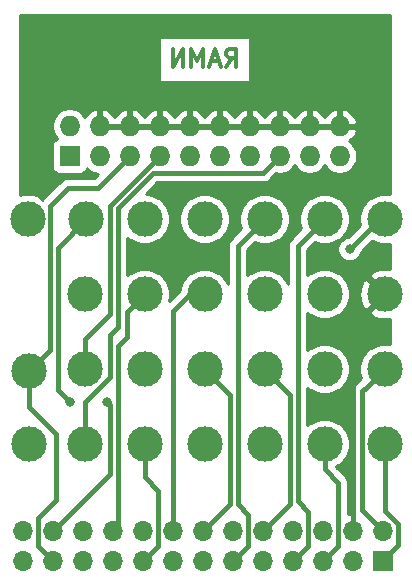
<source format=gbr>
G04 #@! TF.GenerationSoftware,KiCad,Pcbnew,(5.1.9)-1*
G04 #@! TF.CreationDate,2021-02-23T11:48:30+09:00*
G04 #@! TF.ProjectId,debugger,64656275-6767-4657-922e-6b696361645f,rev?*
G04 #@! TF.SameCoordinates,Original*
G04 #@! TF.FileFunction,Copper,L2,Bot*
G04 #@! TF.FilePolarity,Positive*
%FSLAX46Y46*%
G04 Gerber Fmt 4.6, Leading zero omitted, Abs format (unit mm)*
G04 Created by KiCad (PCBNEW (5.1.9)-1) date 2021-02-23 11:48:30*
%MOMM*%
%LPD*%
G01*
G04 APERTURE LIST*
G04 #@! TA.AperFunction,NonConductor*
%ADD10C,0.300000*%
G04 #@! TD*
G04 #@! TA.AperFunction,ComponentPad*
%ADD11O,1.700000X1.700000*%
G04 #@! TD*
G04 #@! TA.AperFunction,ComponentPad*
%ADD12R,1.700000X1.700000*%
G04 #@! TD*
G04 #@! TA.AperFunction,ComponentPad*
%ADD13R,1.727200X1.727200*%
G04 #@! TD*
G04 #@! TA.AperFunction,ComponentPad*
%ADD14O,1.727200X1.727200*%
G04 #@! TD*
G04 #@! TA.AperFunction,ComponentPad*
%ADD15C,3.000000*%
G04 #@! TD*
G04 #@! TA.AperFunction,ViaPad*
%ADD16C,0.800000*%
G04 #@! TD*
G04 #@! TA.AperFunction,Conductor*
%ADD17C,0.400000*%
G04 #@! TD*
G04 #@! TA.AperFunction,Conductor*
%ADD18C,0.254000*%
G04 #@! TD*
G04 #@! TA.AperFunction,Conductor*
%ADD19C,0.100000*%
G04 #@! TD*
G04 APERTURE END LIST*
D10*
X38016428Y-22268571D02*
X38516428Y-21554285D01*
X38873571Y-22268571D02*
X38873571Y-20768571D01*
X38302142Y-20768571D01*
X38159285Y-20840000D01*
X38087857Y-20911428D01*
X38016428Y-21054285D01*
X38016428Y-21268571D01*
X38087857Y-21411428D01*
X38159285Y-21482857D01*
X38302142Y-21554285D01*
X38873571Y-21554285D01*
X37445000Y-21840000D02*
X36730714Y-21840000D01*
X37587857Y-22268571D02*
X37087857Y-20768571D01*
X36587857Y-22268571D01*
X36087857Y-22268571D02*
X36087857Y-20768571D01*
X35587857Y-21840000D01*
X35087857Y-20768571D01*
X35087857Y-22268571D01*
X34373571Y-22268571D02*
X34373571Y-20768571D01*
X33516428Y-22268571D01*
X33516428Y-20768571D01*
D11*
X20828000Y-61595000D03*
X20828000Y-64135000D03*
X23368000Y-61595000D03*
X23368000Y-64135000D03*
X25908000Y-61595000D03*
X25908000Y-64135000D03*
X28448000Y-61595000D03*
X28448000Y-64135000D03*
X30988000Y-61595000D03*
X30988000Y-64135000D03*
X33528000Y-61595000D03*
X33528000Y-64135000D03*
X36068000Y-61595000D03*
X36068000Y-64135000D03*
X38608000Y-61595000D03*
X38608000Y-64135000D03*
X41148000Y-61595000D03*
X41148000Y-64135000D03*
X43688000Y-61595000D03*
X43688000Y-64135000D03*
X46228000Y-61595000D03*
X46228000Y-64135000D03*
X48768000Y-61595000D03*
X48768000Y-64135000D03*
X51308000Y-61595000D03*
D12*
X51308000Y-64135000D03*
D13*
X24765000Y-29845000D03*
D14*
X24765000Y-27305000D03*
X27305000Y-29845000D03*
X27305000Y-27305000D03*
X29845000Y-29845000D03*
X29845000Y-27305000D03*
X32385000Y-29845000D03*
X32385000Y-27305000D03*
X34925000Y-29845000D03*
X34925000Y-27305000D03*
X37465000Y-29845000D03*
X37465000Y-27305000D03*
X40005000Y-29845000D03*
X40005000Y-27305000D03*
X42545000Y-29845000D03*
X42545000Y-27305000D03*
X45085000Y-29845000D03*
X45085000Y-27305000D03*
X47625000Y-29845000D03*
X47625000Y-27305000D03*
D15*
X21209000Y-35179000D03*
X31115000Y-54229000D03*
X31115000Y-35179000D03*
X31115000Y-47879000D03*
X36195000Y-41529000D03*
X36195000Y-35179000D03*
X36195000Y-47879000D03*
X36195000Y-54229000D03*
X41275000Y-41529000D03*
X41275000Y-35179000D03*
X31115000Y-41529000D03*
X41275000Y-47879000D03*
X41275000Y-54229000D03*
X46355000Y-41529000D03*
X46355000Y-35179000D03*
X46355000Y-47879000D03*
X46355000Y-54229000D03*
X51435000Y-35179000D03*
X26035000Y-54229000D03*
X21336000Y-54229000D03*
X26035000Y-47879000D03*
X26162000Y-35179000D03*
X21336000Y-48006000D03*
X26035000Y-41529000D03*
X51435000Y-41529000D03*
X51435000Y-47879000D03*
X51435000Y-54229000D03*
D16*
X51435000Y-28448000D03*
X21209000Y-28448000D03*
X21209000Y-18542000D03*
X51435000Y-18542000D03*
X48475990Y-37719000D03*
X24765000Y-50673002D03*
X27935001Y-50677999D03*
D17*
X48768000Y-61595000D02*
X48768000Y-44196000D01*
X48768000Y-44196000D02*
X51435000Y-41529000D01*
X51308000Y-64008000D02*
X51308000Y-64135000D01*
X52558001Y-62757999D02*
X51308000Y-64008000D01*
X52558001Y-60994999D02*
X52558001Y-62757999D01*
X51435000Y-54229000D02*
X51435000Y-59871998D01*
X51435000Y-59871998D02*
X52558001Y-60994999D01*
X47498000Y-57493320D02*
X46355000Y-56350320D01*
X46355000Y-56350320D02*
X46355000Y-54229000D01*
X47498000Y-62865000D02*
X47498000Y-57493320D01*
X46228000Y-64135000D02*
X47498000Y-62865000D01*
X41148000Y-61595000D02*
X43434000Y-59309000D01*
X43434000Y-59309000D02*
X43434000Y-50038000D01*
X43434000Y-50038000D02*
X41275000Y-47879000D01*
X44855001Y-36678999D02*
X46355000Y-35179000D01*
X44069000Y-37465000D02*
X44855001Y-36678999D01*
X44069000Y-59055000D02*
X44069000Y-37465000D01*
X44958000Y-59944000D02*
X44069000Y-59055000D01*
X44958000Y-62865000D02*
X44958000Y-59944000D01*
X43688000Y-64135000D02*
X44958000Y-62865000D01*
X51435000Y-35653999D02*
X51435000Y-35179000D01*
X51015990Y-35179000D02*
X51435000Y-35179000D01*
X48475990Y-37719000D02*
X51015990Y-35179000D01*
X29615001Y-43028999D02*
X31115000Y-41529000D01*
X29615001Y-45147541D02*
X29615001Y-43028999D01*
X28829000Y-45933542D02*
X29615001Y-45147541D01*
X28829000Y-61214000D02*
X28829000Y-45933542D01*
X28448000Y-61595000D02*
X28829000Y-61214000D01*
X31837999Y-63285001D02*
X30988000Y-64135000D01*
X32258000Y-62865000D02*
X31837999Y-63285001D01*
X31115000Y-57023000D02*
X32258000Y-58166000D01*
X32258000Y-58166000D02*
X32258000Y-62865000D01*
X31115000Y-54229000D02*
X31115000Y-57023000D01*
X33528000Y-42926000D02*
X34925000Y-41529000D01*
X34925000Y-41529000D02*
X36195000Y-41529000D01*
X33528000Y-61595000D02*
X33528000Y-42926000D01*
X37694999Y-49378999D02*
X36195000Y-47879000D01*
X38354000Y-50038000D02*
X37694999Y-49378999D01*
X38354000Y-59309000D02*
X38354000Y-50038000D01*
X36068000Y-61595000D02*
X38354000Y-59309000D01*
X39775001Y-36678999D02*
X41275000Y-35179000D01*
X38989000Y-37465000D02*
X39775001Y-36678999D01*
X38989000Y-59309000D02*
X38989000Y-37465000D01*
X39878000Y-60198000D02*
X38989000Y-59309000D01*
X39878000Y-62865000D02*
X39878000Y-60198000D01*
X38608000Y-64135000D02*
X39878000Y-62865000D01*
X51308000Y-61595000D02*
X49534999Y-59821999D01*
X49534999Y-59821999D02*
X49534999Y-49779001D01*
X49534999Y-49779001D02*
X49935001Y-49378999D01*
X49935001Y-49378999D02*
X51435000Y-47879000D01*
X22098000Y-62865000D02*
X23368000Y-64135000D01*
X23622000Y-58928000D02*
X22098000Y-60452000D01*
X22098000Y-60452000D02*
X22098000Y-62865000D01*
X23622000Y-53340000D02*
X23622000Y-58928000D01*
X21336000Y-51054000D02*
X23622000Y-53340000D01*
X21336000Y-48006000D02*
X21336000Y-51054000D01*
X23109001Y-46232999D02*
X21336000Y-48006000D01*
X23109001Y-34040999D02*
X23109001Y-46232999D01*
X24638000Y-32512000D02*
X23109001Y-34040999D01*
X27178000Y-32512000D02*
X24638000Y-32512000D01*
X29845000Y-29845000D02*
X27178000Y-32512000D01*
X31836542Y-31242000D02*
X41148000Y-31242000D01*
X41148000Y-31242000D02*
X42545000Y-29845000D01*
X28829000Y-34249542D02*
X31836542Y-31242000D01*
X28194000Y-44958000D02*
X28829000Y-44323000D01*
X28194000Y-48514000D02*
X28194000Y-44958000D01*
X26035000Y-50673000D02*
X28194000Y-48514000D01*
X28829000Y-44323000D02*
X28829000Y-34249542D01*
X26035000Y-54229000D02*
X26035000Y-50673000D01*
X24365001Y-50273003D02*
X24765000Y-50673002D01*
X23749000Y-49657002D02*
X24365001Y-50273003D01*
X23749000Y-37592000D02*
X23749000Y-49657002D01*
X26162000Y-35179000D02*
X23749000Y-37592000D01*
X23368000Y-61595000D02*
X28194000Y-56769000D01*
X28194000Y-56769000D02*
X28194000Y-50936998D01*
X28194000Y-50936998D02*
X27935001Y-50677999D01*
X26035000Y-45339000D02*
X26035000Y-47879000D01*
X28194000Y-43180000D02*
X26035000Y-45339000D01*
X28194000Y-34036000D02*
X28194000Y-43180000D01*
X32385000Y-29845000D02*
X28194000Y-34036000D01*
D18*
X48895000Y-61468000D02*
X48915000Y-61468000D01*
X48915000Y-61722000D01*
X48895000Y-61722000D01*
X48895000Y-61742000D01*
X48641000Y-61742000D01*
X48641000Y-61722000D01*
X48621000Y-61722000D01*
X48621000Y-61468000D01*
X48641000Y-61468000D01*
X48641000Y-61448000D01*
X48895000Y-61448000D01*
X48895000Y-61468000D01*
G04 #@! TA.AperFunction,Conductor*
D19*
G36*
X48895000Y-61468000D02*
G01*
X48915000Y-61468000D01*
X48915000Y-61722000D01*
X48895000Y-61722000D01*
X48895000Y-61742000D01*
X48641000Y-61742000D01*
X48641000Y-61722000D01*
X48621000Y-61722000D01*
X48621000Y-61468000D01*
X48641000Y-61468000D01*
X48641000Y-61448000D01*
X48895000Y-61448000D01*
X48895000Y-61468000D01*
G37*
G04 #@! TD.AperFunction*
D18*
X51908000Y-33096259D02*
X51645279Y-33044000D01*
X51224721Y-33044000D01*
X50812244Y-33126047D01*
X50423698Y-33286988D01*
X50074017Y-33520637D01*
X49776637Y-33818017D01*
X49542988Y-34167698D01*
X49382047Y-34556244D01*
X49300000Y-34968721D01*
X49300000Y-35389279D01*
X49353895Y-35660227D01*
X48319215Y-36694907D01*
X48174092Y-36723774D01*
X47985734Y-36801795D01*
X47816216Y-36915063D01*
X47672053Y-37059226D01*
X47558785Y-37228744D01*
X47480764Y-37417102D01*
X47440990Y-37617061D01*
X47440990Y-37820939D01*
X47480764Y-38020898D01*
X47558785Y-38209256D01*
X47672053Y-38378774D01*
X47816216Y-38522937D01*
X47985734Y-38636205D01*
X48174092Y-38714226D01*
X48374051Y-38754000D01*
X48577929Y-38754000D01*
X48777888Y-38714226D01*
X48966246Y-38636205D01*
X49135764Y-38522937D01*
X49279927Y-38378774D01*
X49393195Y-38209256D01*
X49471216Y-38020898D01*
X49500083Y-37875775D01*
X50352451Y-37023406D01*
X50423698Y-37071012D01*
X50812244Y-37231953D01*
X51224721Y-37314000D01*
X51645279Y-37314000D01*
X51908000Y-37261741D01*
X51908000Y-39444152D01*
X51811449Y-39416956D01*
X51392176Y-39384098D01*
X50974549Y-39433666D01*
X50574617Y-39563757D01*
X50278962Y-39721786D01*
X50122952Y-40037347D01*
X51435000Y-41349395D01*
X51449143Y-41335253D01*
X51628748Y-41514858D01*
X51614605Y-41529000D01*
X51628748Y-41543143D01*
X51449143Y-41722748D01*
X51435000Y-41708605D01*
X50122952Y-43020653D01*
X50278962Y-43336214D01*
X50653745Y-43527020D01*
X51058551Y-43641044D01*
X51477824Y-43673902D01*
X51895451Y-43624334D01*
X51908001Y-43620252D01*
X51908001Y-45796259D01*
X51645279Y-45744000D01*
X51224721Y-45744000D01*
X50812244Y-45826047D01*
X50423698Y-45986988D01*
X50074017Y-46220637D01*
X49776637Y-46518017D01*
X49542988Y-46867698D01*
X49382047Y-47256244D01*
X49300000Y-47668721D01*
X49300000Y-48089279D01*
X49382047Y-48501756D01*
X49455074Y-48678059D01*
X48973573Y-49159560D01*
X48941709Y-49185710D01*
X48878420Y-49262828D01*
X48837363Y-49312856D01*
X48759827Y-49457915D01*
X48712081Y-49615313D01*
X48695959Y-49779001D01*
X48700000Y-49820030D01*
X48699999Y-59780980D01*
X48695959Y-59821999D01*
X48703867Y-59902291D01*
X48712081Y-59985687D01*
X48749791Y-60110000D01*
X48640998Y-60110000D01*
X48640998Y-60274844D01*
X48411110Y-60153524D01*
X48333000Y-60177216D01*
X48333000Y-57534338D01*
X48337040Y-57493319D01*
X48320918Y-57329631D01*
X48273172Y-57172233D01*
X48195636Y-57027174D01*
X48192210Y-57023000D01*
X48091291Y-56900029D01*
X48059426Y-56873878D01*
X47324058Y-56138510D01*
X47366302Y-56121012D01*
X47715983Y-55887363D01*
X48013363Y-55589983D01*
X48247012Y-55240302D01*
X48407953Y-54851756D01*
X48490000Y-54439279D01*
X48490000Y-54018721D01*
X48407953Y-53606244D01*
X48247012Y-53217698D01*
X48013363Y-52868017D01*
X47715983Y-52570637D01*
X47366302Y-52336988D01*
X46977756Y-52176047D01*
X46565279Y-52094000D01*
X46144721Y-52094000D01*
X45732244Y-52176047D01*
X45343698Y-52336988D01*
X44994017Y-52570637D01*
X44904000Y-52660654D01*
X44904000Y-49447346D01*
X44994017Y-49537363D01*
X45343698Y-49771012D01*
X45732244Y-49931953D01*
X46144721Y-50014000D01*
X46565279Y-50014000D01*
X46977756Y-49931953D01*
X47366302Y-49771012D01*
X47715983Y-49537363D01*
X48013363Y-49239983D01*
X48247012Y-48890302D01*
X48407953Y-48501756D01*
X48490000Y-48089279D01*
X48490000Y-47668721D01*
X48407953Y-47256244D01*
X48247012Y-46867698D01*
X48013363Y-46518017D01*
X47715983Y-46220637D01*
X47366302Y-45986988D01*
X46977756Y-45826047D01*
X46565279Y-45744000D01*
X46144721Y-45744000D01*
X45732244Y-45826047D01*
X45343698Y-45986988D01*
X44994017Y-46220637D01*
X44904000Y-46310654D01*
X44904000Y-43097346D01*
X44994017Y-43187363D01*
X45343698Y-43421012D01*
X45732244Y-43581953D01*
X46144721Y-43664000D01*
X46565279Y-43664000D01*
X46977756Y-43581953D01*
X47366302Y-43421012D01*
X47715983Y-43187363D01*
X48013363Y-42889983D01*
X48247012Y-42540302D01*
X48407953Y-42151756D01*
X48490000Y-41739279D01*
X48490000Y-41571824D01*
X49290098Y-41571824D01*
X49339666Y-41989451D01*
X49469757Y-42389383D01*
X49627786Y-42685038D01*
X49943347Y-42841048D01*
X51255395Y-41529000D01*
X49943347Y-40216952D01*
X49627786Y-40372962D01*
X49436980Y-40747745D01*
X49322956Y-41152551D01*
X49290098Y-41571824D01*
X48490000Y-41571824D01*
X48490000Y-41318721D01*
X48407953Y-40906244D01*
X48247012Y-40517698D01*
X48013363Y-40168017D01*
X47715983Y-39870637D01*
X47366302Y-39636988D01*
X46977756Y-39476047D01*
X46565279Y-39394000D01*
X46144721Y-39394000D01*
X45732244Y-39476047D01*
X45343698Y-39636988D01*
X44994017Y-39870637D01*
X44904000Y-39960654D01*
X44904000Y-37810867D01*
X45474439Y-37240429D01*
X45474443Y-37240424D01*
X45555941Y-37158926D01*
X45732244Y-37231953D01*
X46144721Y-37314000D01*
X46565279Y-37314000D01*
X46977756Y-37231953D01*
X47366302Y-37071012D01*
X47715983Y-36837363D01*
X48013363Y-36539983D01*
X48247012Y-36190302D01*
X48407953Y-35801756D01*
X48490000Y-35389279D01*
X48490000Y-34968721D01*
X48407953Y-34556244D01*
X48247012Y-34167698D01*
X48013363Y-33818017D01*
X47715983Y-33520637D01*
X47366302Y-33286988D01*
X46977756Y-33126047D01*
X46565279Y-33044000D01*
X46144721Y-33044000D01*
X45732244Y-33126047D01*
X45343698Y-33286988D01*
X44994017Y-33520637D01*
X44696637Y-33818017D01*
X44462988Y-34167698D01*
X44302047Y-34556244D01*
X44220000Y-34968721D01*
X44220000Y-35389279D01*
X44302047Y-35801756D01*
X44375074Y-35978059D01*
X44293576Y-36059557D01*
X44293571Y-36059561D01*
X43507574Y-36845559D01*
X43475710Y-36871709D01*
X43394907Y-36970168D01*
X43371364Y-36998855D01*
X43293828Y-37143914D01*
X43246082Y-37301312D01*
X43229960Y-37465000D01*
X43234001Y-37506029D01*
X43234001Y-40679423D01*
X43167012Y-40517698D01*
X42933363Y-40168017D01*
X42635983Y-39870637D01*
X42286302Y-39636988D01*
X41897756Y-39476047D01*
X41485279Y-39394000D01*
X41064721Y-39394000D01*
X40652244Y-39476047D01*
X40263698Y-39636988D01*
X39914017Y-39870637D01*
X39824000Y-39960654D01*
X39824000Y-37810867D01*
X40394439Y-37240429D01*
X40394443Y-37240424D01*
X40475941Y-37158926D01*
X40652244Y-37231953D01*
X41064721Y-37314000D01*
X41485279Y-37314000D01*
X41897756Y-37231953D01*
X42286302Y-37071012D01*
X42635983Y-36837363D01*
X42933363Y-36539983D01*
X43167012Y-36190302D01*
X43327953Y-35801756D01*
X43410000Y-35389279D01*
X43410000Y-34968721D01*
X43327953Y-34556244D01*
X43167012Y-34167698D01*
X42933363Y-33818017D01*
X42635983Y-33520637D01*
X42286302Y-33286988D01*
X41897756Y-33126047D01*
X41485279Y-33044000D01*
X41064721Y-33044000D01*
X40652244Y-33126047D01*
X40263698Y-33286988D01*
X39914017Y-33520637D01*
X39616637Y-33818017D01*
X39382988Y-34167698D01*
X39222047Y-34556244D01*
X39140000Y-34968721D01*
X39140000Y-35389279D01*
X39222047Y-35801756D01*
X39295074Y-35978059D01*
X39213576Y-36059557D01*
X39213571Y-36059561D01*
X38427574Y-36845559D01*
X38395710Y-36871709D01*
X38314907Y-36970168D01*
X38291364Y-36998855D01*
X38213828Y-37143914D01*
X38166082Y-37301312D01*
X38149960Y-37465000D01*
X38154001Y-37506029D01*
X38154001Y-40679423D01*
X38087012Y-40517698D01*
X37853363Y-40168017D01*
X37555983Y-39870637D01*
X37206302Y-39636988D01*
X36817756Y-39476047D01*
X36405279Y-39394000D01*
X35984721Y-39394000D01*
X35572244Y-39476047D01*
X35183698Y-39636988D01*
X34834017Y-39870637D01*
X34536637Y-40168017D01*
X34302988Y-40517698D01*
X34142047Y-40906244D01*
X34086218Y-41186914D01*
X33179518Y-42093615D01*
X33250000Y-41739279D01*
X33250000Y-41318721D01*
X33167953Y-40906244D01*
X33007012Y-40517698D01*
X32773363Y-40168017D01*
X32475983Y-39870637D01*
X32126302Y-39636988D01*
X31737756Y-39476047D01*
X31325279Y-39394000D01*
X30904721Y-39394000D01*
X30492244Y-39476047D01*
X30103698Y-39636988D01*
X29754017Y-39870637D01*
X29664000Y-39960654D01*
X29664000Y-36747346D01*
X29754017Y-36837363D01*
X30103698Y-37071012D01*
X30492244Y-37231953D01*
X30904721Y-37314000D01*
X31325279Y-37314000D01*
X31737756Y-37231953D01*
X32126302Y-37071012D01*
X32475983Y-36837363D01*
X32773363Y-36539983D01*
X33007012Y-36190302D01*
X33167953Y-35801756D01*
X33250000Y-35389279D01*
X33250000Y-34968721D01*
X34060000Y-34968721D01*
X34060000Y-35389279D01*
X34142047Y-35801756D01*
X34302988Y-36190302D01*
X34536637Y-36539983D01*
X34834017Y-36837363D01*
X35183698Y-37071012D01*
X35572244Y-37231953D01*
X35984721Y-37314000D01*
X36405279Y-37314000D01*
X36817756Y-37231953D01*
X37206302Y-37071012D01*
X37555983Y-36837363D01*
X37853363Y-36539983D01*
X38087012Y-36190302D01*
X38247953Y-35801756D01*
X38330000Y-35389279D01*
X38330000Y-34968721D01*
X38247953Y-34556244D01*
X38087012Y-34167698D01*
X37853363Y-33818017D01*
X37555983Y-33520637D01*
X37206302Y-33286988D01*
X36817756Y-33126047D01*
X36405279Y-33044000D01*
X35984721Y-33044000D01*
X35572244Y-33126047D01*
X35183698Y-33286988D01*
X34834017Y-33520637D01*
X34536637Y-33818017D01*
X34302988Y-34167698D01*
X34142047Y-34556244D01*
X34060000Y-34968721D01*
X33250000Y-34968721D01*
X33167953Y-34556244D01*
X33007012Y-34167698D01*
X32773363Y-33818017D01*
X32475983Y-33520637D01*
X32126302Y-33286988D01*
X31737756Y-33126047D01*
X31325279Y-33044000D01*
X31215410Y-33044000D01*
X32182411Y-32077000D01*
X41106982Y-32077000D01*
X41148000Y-32081040D01*
X41189018Y-32077000D01*
X41189019Y-32077000D01*
X41311689Y-32064918D01*
X41469087Y-32017172D01*
X41614146Y-31939636D01*
X41741291Y-31835291D01*
X41767446Y-31803421D01*
X42255494Y-31315373D01*
X42397401Y-31343600D01*
X42692599Y-31343600D01*
X42982125Y-31286010D01*
X43254853Y-31173042D01*
X43500302Y-31009039D01*
X43709039Y-30800302D01*
X43815000Y-30641719D01*
X43920961Y-30800302D01*
X44129698Y-31009039D01*
X44375147Y-31173042D01*
X44647875Y-31286010D01*
X44937401Y-31343600D01*
X45232599Y-31343600D01*
X45522125Y-31286010D01*
X45794853Y-31173042D01*
X46040302Y-31009039D01*
X46249039Y-30800302D01*
X46355000Y-30641719D01*
X46460961Y-30800302D01*
X46669698Y-31009039D01*
X46915147Y-31173042D01*
X47187875Y-31286010D01*
X47477401Y-31343600D01*
X47772599Y-31343600D01*
X48062125Y-31286010D01*
X48334853Y-31173042D01*
X48580302Y-31009039D01*
X48789039Y-30800302D01*
X48953042Y-30554853D01*
X49066010Y-30282125D01*
X49123600Y-29992599D01*
X49123600Y-29697401D01*
X49066010Y-29407875D01*
X48953042Y-29135147D01*
X48789039Y-28889698D01*
X48580302Y-28680961D01*
X48419187Y-28573308D01*
X48635293Y-28411854D01*
X48831817Y-28193488D01*
X48981964Y-27940978D01*
X49079963Y-27664027D01*
X48959464Y-27432000D01*
X47752000Y-27432000D01*
X47752000Y-27452000D01*
X47498000Y-27452000D01*
X47498000Y-27432000D01*
X45212000Y-27432000D01*
X45212000Y-27452000D01*
X44958000Y-27452000D01*
X44958000Y-27432000D01*
X42672000Y-27432000D01*
X42672000Y-27452000D01*
X42418000Y-27452000D01*
X42418000Y-27432000D01*
X40132000Y-27432000D01*
X40132000Y-27452000D01*
X39878000Y-27452000D01*
X39878000Y-27432000D01*
X37592000Y-27432000D01*
X37592000Y-27452000D01*
X37338000Y-27452000D01*
X37338000Y-27432000D01*
X35052000Y-27432000D01*
X35052000Y-27452000D01*
X34798000Y-27452000D01*
X34798000Y-27432000D01*
X32512000Y-27432000D01*
X32512000Y-27452000D01*
X32258000Y-27452000D01*
X32258000Y-27432000D01*
X29972000Y-27432000D01*
X29972000Y-27452000D01*
X29718000Y-27452000D01*
X29718000Y-27432000D01*
X27432000Y-27432000D01*
X27432000Y-27452000D01*
X27178000Y-27452000D01*
X27178000Y-27432000D01*
X27158000Y-27432000D01*
X27158000Y-27178000D01*
X27178000Y-27178000D01*
X27178000Y-25971183D01*
X27432000Y-25971183D01*
X27432000Y-27178000D01*
X29718000Y-27178000D01*
X29718000Y-25971183D01*
X29972000Y-25971183D01*
X29972000Y-27178000D01*
X32258000Y-27178000D01*
X32258000Y-25971183D01*
X32512000Y-25971183D01*
X32512000Y-27178000D01*
X34798000Y-27178000D01*
X34798000Y-25971183D01*
X35052000Y-25971183D01*
X35052000Y-27178000D01*
X37338000Y-27178000D01*
X37338000Y-25971183D01*
X37592000Y-25971183D01*
X37592000Y-27178000D01*
X39878000Y-27178000D01*
X39878000Y-25971183D01*
X40132000Y-25971183D01*
X40132000Y-27178000D01*
X42418000Y-27178000D01*
X42418000Y-25971183D01*
X42672000Y-25971183D01*
X42672000Y-27178000D01*
X44958000Y-27178000D01*
X44958000Y-25971183D01*
X45212000Y-25971183D01*
X45212000Y-27178000D01*
X47498000Y-27178000D01*
X47498000Y-25971183D01*
X47752000Y-25971183D01*
X47752000Y-27178000D01*
X48959464Y-27178000D01*
X49079963Y-26945973D01*
X48981964Y-26669022D01*
X48831817Y-26416512D01*
X48635293Y-26198146D01*
X48399944Y-26022316D01*
X48134814Y-25895778D01*
X47984026Y-25850042D01*
X47752000Y-25971183D01*
X47498000Y-25971183D01*
X47265974Y-25850042D01*
X47115186Y-25895778D01*
X46850056Y-26022316D01*
X46614707Y-26198146D01*
X46418183Y-26416512D01*
X46355000Y-26522770D01*
X46291817Y-26416512D01*
X46095293Y-26198146D01*
X45859944Y-26022316D01*
X45594814Y-25895778D01*
X45444026Y-25850042D01*
X45212000Y-25971183D01*
X44958000Y-25971183D01*
X44725974Y-25850042D01*
X44575186Y-25895778D01*
X44310056Y-26022316D01*
X44074707Y-26198146D01*
X43878183Y-26416512D01*
X43815000Y-26522770D01*
X43751817Y-26416512D01*
X43555293Y-26198146D01*
X43319944Y-26022316D01*
X43054814Y-25895778D01*
X42904026Y-25850042D01*
X42672000Y-25971183D01*
X42418000Y-25971183D01*
X42185974Y-25850042D01*
X42035186Y-25895778D01*
X41770056Y-26022316D01*
X41534707Y-26198146D01*
X41338183Y-26416512D01*
X41275000Y-26522770D01*
X41211817Y-26416512D01*
X41015293Y-26198146D01*
X40779944Y-26022316D01*
X40514814Y-25895778D01*
X40364026Y-25850042D01*
X40132000Y-25971183D01*
X39878000Y-25971183D01*
X39645974Y-25850042D01*
X39495186Y-25895778D01*
X39230056Y-26022316D01*
X38994707Y-26198146D01*
X38798183Y-26416512D01*
X38735000Y-26522770D01*
X38671817Y-26416512D01*
X38475293Y-26198146D01*
X38239944Y-26022316D01*
X37974814Y-25895778D01*
X37824026Y-25850042D01*
X37592000Y-25971183D01*
X37338000Y-25971183D01*
X37105974Y-25850042D01*
X36955186Y-25895778D01*
X36690056Y-26022316D01*
X36454707Y-26198146D01*
X36258183Y-26416512D01*
X36195000Y-26522770D01*
X36131817Y-26416512D01*
X35935293Y-26198146D01*
X35699944Y-26022316D01*
X35434814Y-25895778D01*
X35284026Y-25850042D01*
X35052000Y-25971183D01*
X34798000Y-25971183D01*
X34565974Y-25850042D01*
X34415186Y-25895778D01*
X34150056Y-26022316D01*
X33914707Y-26198146D01*
X33718183Y-26416512D01*
X33655000Y-26522770D01*
X33591817Y-26416512D01*
X33395293Y-26198146D01*
X33159944Y-26022316D01*
X32894814Y-25895778D01*
X32744026Y-25850042D01*
X32512000Y-25971183D01*
X32258000Y-25971183D01*
X32025974Y-25850042D01*
X31875186Y-25895778D01*
X31610056Y-26022316D01*
X31374707Y-26198146D01*
X31178183Y-26416512D01*
X31115000Y-26522770D01*
X31051817Y-26416512D01*
X30855293Y-26198146D01*
X30619944Y-26022316D01*
X30354814Y-25895778D01*
X30204026Y-25850042D01*
X29972000Y-25971183D01*
X29718000Y-25971183D01*
X29485974Y-25850042D01*
X29335186Y-25895778D01*
X29070056Y-26022316D01*
X28834707Y-26198146D01*
X28638183Y-26416512D01*
X28575000Y-26522770D01*
X28511817Y-26416512D01*
X28315293Y-26198146D01*
X28079944Y-26022316D01*
X27814814Y-25895778D01*
X27664026Y-25850042D01*
X27432000Y-25971183D01*
X27178000Y-25971183D01*
X26945974Y-25850042D01*
X26795186Y-25895778D01*
X26530056Y-26022316D01*
X26294707Y-26198146D01*
X26098183Y-26416512D01*
X26039559Y-26515103D01*
X25929039Y-26349698D01*
X25720302Y-26140961D01*
X25474853Y-25976958D01*
X25202125Y-25863990D01*
X24912599Y-25806400D01*
X24617401Y-25806400D01*
X24327875Y-25863990D01*
X24055147Y-25976958D01*
X23809698Y-26140961D01*
X23600961Y-26349698D01*
X23436958Y-26595147D01*
X23323990Y-26867875D01*
X23266400Y-27157401D01*
X23266400Y-27452599D01*
X23323990Y-27742125D01*
X23436958Y-28014853D01*
X23600961Y-28260302D01*
X23715023Y-28374364D01*
X23657220Y-28391898D01*
X23546906Y-28450863D01*
X23450215Y-28530215D01*
X23370863Y-28626906D01*
X23311898Y-28737220D01*
X23275588Y-28856918D01*
X23263328Y-28981400D01*
X23263328Y-30708600D01*
X23275588Y-30833082D01*
X23311898Y-30952780D01*
X23370863Y-31063094D01*
X23450215Y-31159785D01*
X23546906Y-31239137D01*
X23657220Y-31298102D01*
X23776918Y-31334412D01*
X23901400Y-31346672D01*
X25628600Y-31346672D01*
X25753082Y-31334412D01*
X25872780Y-31298102D01*
X25983094Y-31239137D01*
X26079785Y-31159785D01*
X26159137Y-31063094D01*
X26218102Y-30952780D01*
X26235636Y-30894977D01*
X26349698Y-31009039D01*
X26595147Y-31173042D01*
X26867875Y-31286010D01*
X27157401Y-31343600D01*
X27165533Y-31343600D01*
X26832133Y-31677000D01*
X24679018Y-31677000D01*
X24637999Y-31672960D01*
X24596981Y-31677000D01*
X24474311Y-31689082D01*
X24316913Y-31736828D01*
X24171854Y-31814364D01*
X24044709Y-31918709D01*
X24018561Y-31950571D01*
X22547580Y-33421553D01*
X22515710Y-33447708D01*
X22445106Y-33533740D01*
X22365038Y-33371786D01*
X21990255Y-33180980D01*
X21585449Y-33066956D01*
X21166176Y-33034098D01*
X20748549Y-33083666D01*
X20609000Y-33129059D01*
X20609000Y-19800000D01*
X32374286Y-19800000D01*
X32374286Y-23620000D01*
X40015715Y-23620000D01*
X40015715Y-19800000D01*
X32374286Y-19800000D01*
X20609000Y-19800000D01*
X20609000Y-17891000D01*
X51908000Y-17891000D01*
X51908000Y-33096259D01*
G04 #@! TA.AperFunction,Conductor*
D19*
G36*
X51908000Y-33096259D02*
G01*
X51645279Y-33044000D01*
X51224721Y-33044000D01*
X50812244Y-33126047D01*
X50423698Y-33286988D01*
X50074017Y-33520637D01*
X49776637Y-33818017D01*
X49542988Y-34167698D01*
X49382047Y-34556244D01*
X49300000Y-34968721D01*
X49300000Y-35389279D01*
X49353895Y-35660227D01*
X48319215Y-36694907D01*
X48174092Y-36723774D01*
X47985734Y-36801795D01*
X47816216Y-36915063D01*
X47672053Y-37059226D01*
X47558785Y-37228744D01*
X47480764Y-37417102D01*
X47440990Y-37617061D01*
X47440990Y-37820939D01*
X47480764Y-38020898D01*
X47558785Y-38209256D01*
X47672053Y-38378774D01*
X47816216Y-38522937D01*
X47985734Y-38636205D01*
X48174092Y-38714226D01*
X48374051Y-38754000D01*
X48577929Y-38754000D01*
X48777888Y-38714226D01*
X48966246Y-38636205D01*
X49135764Y-38522937D01*
X49279927Y-38378774D01*
X49393195Y-38209256D01*
X49471216Y-38020898D01*
X49500083Y-37875775D01*
X50352451Y-37023406D01*
X50423698Y-37071012D01*
X50812244Y-37231953D01*
X51224721Y-37314000D01*
X51645279Y-37314000D01*
X51908000Y-37261741D01*
X51908000Y-39444152D01*
X51811449Y-39416956D01*
X51392176Y-39384098D01*
X50974549Y-39433666D01*
X50574617Y-39563757D01*
X50278962Y-39721786D01*
X50122952Y-40037347D01*
X51435000Y-41349395D01*
X51449143Y-41335253D01*
X51628748Y-41514858D01*
X51614605Y-41529000D01*
X51628748Y-41543143D01*
X51449143Y-41722748D01*
X51435000Y-41708605D01*
X50122952Y-43020653D01*
X50278962Y-43336214D01*
X50653745Y-43527020D01*
X51058551Y-43641044D01*
X51477824Y-43673902D01*
X51895451Y-43624334D01*
X51908001Y-43620252D01*
X51908001Y-45796259D01*
X51645279Y-45744000D01*
X51224721Y-45744000D01*
X50812244Y-45826047D01*
X50423698Y-45986988D01*
X50074017Y-46220637D01*
X49776637Y-46518017D01*
X49542988Y-46867698D01*
X49382047Y-47256244D01*
X49300000Y-47668721D01*
X49300000Y-48089279D01*
X49382047Y-48501756D01*
X49455074Y-48678059D01*
X48973573Y-49159560D01*
X48941709Y-49185710D01*
X48878420Y-49262828D01*
X48837363Y-49312856D01*
X48759827Y-49457915D01*
X48712081Y-49615313D01*
X48695959Y-49779001D01*
X48700000Y-49820030D01*
X48699999Y-59780980D01*
X48695959Y-59821999D01*
X48703867Y-59902291D01*
X48712081Y-59985687D01*
X48749791Y-60110000D01*
X48640998Y-60110000D01*
X48640998Y-60274844D01*
X48411110Y-60153524D01*
X48333000Y-60177216D01*
X48333000Y-57534338D01*
X48337040Y-57493319D01*
X48320918Y-57329631D01*
X48273172Y-57172233D01*
X48195636Y-57027174D01*
X48192210Y-57023000D01*
X48091291Y-56900029D01*
X48059426Y-56873878D01*
X47324058Y-56138510D01*
X47366302Y-56121012D01*
X47715983Y-55887363D01*
X48013363Y-55589983D01*
X48247012Y-55240302D01*
X48407953Y-54851756D01*
X48490000Y-54439279D01*
X48490000Y-54018721D01*
X48407953Y-53606244D01*
X48247012Y-53217698D01*
X48013363Y-52868017D01*
X47715983Y-52570637D01*
X47366302Y-52336988D01*
X46977756Y-52176047D01*
X46565279Y-52094000D01*
X46144721Y-52094000D01*
X45732244Y-52176047D01*
X45343698Y-52336988D01*
X44994017Y-52570637D01*
X44904000Y-52660654D01*
X44904000Y-49447346D01*
X44994017Y-49537363D01*
X45343698Y-49771012D01*
X45732244Y-49931953D01*
X46144721Y-50014000D01*
X46565279Y-50014000D01*
X46977756Y-49931953D01*
X47366302Y-49771012D01*
X47715983Y-49537363D01*
X48013363Y-49239983D01*
X48247012Y-48890302D01*
X48407953Y-48501756D01*
X48490000Y-48089279D01*
X48490000Y-47668721D01*
X48407953Y-47256244D01*
X48247012Y-46867698D01*
X48013363Y-46518017D01*
X47715983Y-46220637D01*
X47366302Y-45986988D01*
X46977756Y-45826047D01*
X46565279Y-45744000D01*
X46144721Y-45744000D01*
X45732244Y-45826047D01*
X45343698Y-45986988D01*
X44994017Y-46220637D01*
X44904000Y-46310654D01*
X44904000Y-43097346D01*
X44994017Y-43187363D01*
X45343698Y-43421012D01*
X45732244Y-43581953D01*
X46144721Y-43664000D01*
X46565279Y-43664000D01*
X46977756Y-43581953D01*
X47366302Y-43421012D01*
X47715983Y-43187363D01*
X48013363Y-42889983D01*
X48247012Y-42540302D01*
X48407953Y-42151756D01*
X48490000Y-41739279D01*
X48490000Y-41571824D01*
X49290098Y-41571824D01*
X49339666Y-41989451D01*
X49469757Y-42389383D01*
X49627786Y-42685038D01*
X49943347Y-42841048D01*
X51255395Y-41529000D01*
X49943347Y-40216952D01*
X49627786Y-40372962D01*
X49436980Y-40747745D01*
X49322956Y-41152551D01*
X49290098Y-41571824D01*
X48490000Y-41571824D01*
X48490000Y-41318721D01*
X48407953Y-40906244D01*
X48247012Y-40517698D01*
X48013363Y-40168017D01*
X47715983Y-39870637D01*
X47366302Y-39636988D01*
X46977756Y-39476047D01*
X46565279Y-39394000D01*
X46144721Y-39394000D01*
X45732244Y-39476047D01*
X45343698Y-39636988D01*
X44994017Y-39870637D01*
X44904000Y-39960654D01*
X44904000Y-37810867D01*
X45474439Y-37240429D01*
X45474443Y-37240424D01*
X45555941Y-37158926D01*
X45732244Y-37231953D01*
X46144721Y-37314000D01*
X46565279Y-37314000D01*
X46977756Y-37231953D01*
X47366302Y-37071012D01*
X47715983Y-36837363D01*
X48013363Y-36539983D01*
X48247012Y-36190302D01*
X48407953Y-35801756D01*
X48490000Y-35389279D01*
X48490000Y-34968721D01*
X48407953Y-34556244D01*
X48247012Y-34167698D01*
X48013363Y-33818017D01*
X47715983Y-33520637D01*
X47366302Y-33286988D01*
X46977756Y-33126047D01*
X46565279Y-33044000D01*
X46144721Y-33044000D01*
X45732244Y-33126047D01*
X45343698Y-33286988D01*
X44994017Y-33520637D01*
X44696637Y-33818017D01*
X44462988Y-34167698D01*
X44302047Y-34556244D01*
X44220000Y-34968721D01*
X44220000Y-35389279D01*
X44302047Y-35801756D01*
X44375074Y-35978059D01*
X44293576Y-36059557D01*
X44293571Y-36059561D01*
X43507574Y-36845559D01*
X43475710Y-36871709D01*
X43394907Y-36970168D01*
X43371364Y-36998855D01*
X43293828Y-37143914D01*
X43246082Y-37301312D01*
X43229960Y-37465000D01*
X43234001Y-37506029D01*
X43234001Y-40679423D01*
X43167012Y-40517698D01*
X42933363Y-40168017D01*
X42635983Y-39870637D01*
X42286302Y-39636988D01*
X41897756Y-39476047D01*
X41485279Y-39394000D01*
X41064721Y-39394000D01*
X40652244Y-39476047D01*
X40263698Y-39636988D01*
X39914017Y-39870637D01*
X39824000Y-39960654D01*
X39824000Y-37810867D01*
X40394439Y-37240429D01*
X40394443Y-37240424D01*
X40475941Y-37158926D01*
X40652244Y-37231953D01*
X41064721Y-37314000D01*
X41485279Y-37314000D01*
X41897756Y-37231953D01*
X42286302Y-37071012D01*
X42635983Y-36837363D01*
X42933363Y-36539983D01*
X43167012Y-36190302D01*
X43327953Y-35801756D01*
X43410000Y-35389279D01*
X43410000Y-34968721D01*
X43327953Y-34556244D01*
X43167012Y-34167698D01*
X42933363Y-33818017D01*
X42635983Y-33520637D01*
X42286302Y-33286988D01*
X41897756Y-33126047D01*
X41485279Y-33044000D01*
X41064721Y-33044000D01*
X40652244Y-33126047D01*
X40263698Y-33286988D01*
X39914017Y-33520637D01*
X39616637Y-33818017D01*
X39382988Y-34167698D01*
X39222047Y-34556244D01*
X39140000Y-34968721D01*
X39140000Y-35389279D01*
X39222047Y-35801756D01*
X39295074Y-35978059D01*
X39213576Y-36059557D01*
X39213571Y-36059561D01*
X38427574Y-36845559D01*
X38395710Y-36871709D01*
X38314907Y-36970168D01*
X38291364Y-36998855D01*
X38213828Y-37143914D01*
X38166082Y-37301312D01*
X38149960Y-37465000D01*
X38154001Y-37506029D01*
X38154001Y-40679423D01*
X38087012Y-40517698D01*
X37853363Y-40168017D01*
X37555983Y-39870637D01*
X37206302Y-39636988D01*
X36817756Y-39476047D01*
X36405279Y-39394000D01*
X35984721Y-39394000D01*
X35572244Y-39476047D01*
X35183698Y-39636988D01*
X34834017Y-39870637D01*
X34536637Y-40168017D01*
X34302988Y-40517698D01*
X34142047Y-40906244D01*
X34086218Y-41186914D01*
X33179518Y-42093615D01*
X33250000Y-41739279D01*
X33250000Y-41318721D01*
X33167953Y-40906244D01*
X33007012Y-40517698D01*
X32773363Y-40168017D01*
X32475983Y-39870637D01*
X32126302Y-39636988D01*
X31737756Y-39476047D01*
X31325279Y-39394000D01*
X30904721Y-39394000D01*
X30492244Y-39476047D01*
X30103698Y-39636988D01*
X29754017Y-39870637D01*
X29664000Y-39960654D01*
X29664000Y-36747346D01*
X29754017Y-36837363D01*
X30103698Y-37071012D01*
X30492244Y-37231953D01*
X30904721Y-37314000D01*
X31325279Y-37314000D01*
X31737756Y-37231953D01*
X32126302Y-37071012D01*
X32475983Y-36837363D01*
X32773363Y-36539983D01*
X33007012Y-36190302D01*
X33167953Y-35801756D01*
X33250000Y-35389279D01*
X33250000Y-34968721D01*
X34060000Y-34968721D01*
X34060000Y-35389279D01*
X34142047Y-35801756D01*
X34302988Y-36190302D01*
X34536637Y-36539983D01*
X34834017Y-36837363D01*
X35183698Y-37071012D01*
X35572244Y-37231953D01*
X35984721Y-37314000D01*
X36405279Y-37314000D01*
X36817756Y-37231953D01*
X37206302Y-37071012D01*
X37555983Y-36837363D01*
X37853363Y-36539983D01*
X38087012Y-36190302D01*
X38247953Y-35801756D01*
X38330000Y-35389279D01*
X38330000Y-34968721D01*
X38247953Y-34556244D01*
X38087012Y-34167698D01*
X37853363Y-33818017D01*
X37555983Y-33520637D01*
X37206302Y-33286988D01*
X36817756Y-33126047D01*
X36405279Y-33044000D01*
X35984721Y-33044000D01*
X35572244Y-33126047D01*
X35183698Y-33286988D01*
X34834017Y-33520637D01*
X34536637Y-33818017D01*
X34302988Y-34167698D01*
X34142047Y-34556244D01*
X34060000Y-34968721D01*
X33250000Y-34968721D01*
X33167953Y-34556244D01*
X33007012Y-34167698D01*
X32773363Y-33818017D01*
X32475983Y-33520637D01*
X32126302Y-33286988D01*
X31737756Y-33126047D01*
X31325279Y-33044000D01*
X31215410Y-33044000D01*
X32182411Y-32077000D01*
X41106982Y-32077000D01*
X41148000Y-32081040D01*
X41189018Y-32077000D01*
X41189019Y-32077000D01*
X41311689Y-32064918D01*
X41469087Y-32017172D01*
X41614146Y-31939636D01*
X41741291Y-31835291D01*
X41767446Y-31803421D01*
X42255494Y-31315373D01*
X42397401Y-31343600D01*
X42692599Y-31343600D01*
X42982125Y-31286010D01*
X43254853Y-31173042D01*
X43500302Y-31009039D01*
X43709039Y-30800302D01*
X43815000Y-30641719D01*
X43920961Y-30800302D01*
X44129698Y-31009039D01*
X44375147Y-31173042D01*
X44647875Y-31286010D01*
X44937401Y-31343600D01*
X45232599Y-31343600D01*
X45522125Y-31286010D01*
X45794853Y-31173042D01*
X46040302Y-31009039D01*
X46249039Y-30800302D01*
X46355000Y-30641719D01*
X46460961Y-30800302D01*
X46669698Y-31009039D01*
X46915147Y-31173042D01*
X47187875Y-31286010D01*
X47477401Y-31343600D01*
X47772599Y-31343600D01*
X48062125Y-31286010D01*
X48334853Y-31173042D01*
X48580302Y-31009039D01*
X48789039Y-30800302D01*
X48953042Y-30554853D01*
X49066010Y-30282125D01*
X49123600Y-29992599D01*
X49123600Y-29697401D01*
X49066010Y-29407875D01*
X48953042Y-29135147D01*
X48789039Y-28889698D01*
X48580302Y-28680961D01*
X48419187Y-28573308D01*
X48635293Y-28411854D01*
X48831817Y-28193488D01*
X48981964Y-27940978D01*
X49079963Y-27664027D01*
X48959464Y-27432000D01*
X47752000Y-27432000D01*
X47752000Y-27452000D01*
X47498000Y-27452000D01*
X47498000Y-27432000D01*
X45212000Y-27432000D01*
X45212000Y-27452000D01*
X44958000Y-27452000D01*
X44958000Y-27432000D01*
X42672000Y-27432000D01*
X42672000Y-27452000D01*
X42418000Y-27452000D01*
X42418000Y-27432000D01*
X40132000Y-27432000D01*
X40132000Y-27452000D01*
X39878000Y-27452000D01*
X39878000Y-27432000D01*
X37592000Y-27432000D01*
X37592000Y-27452000D01*
X37338000Y-27452000D01*
X37338000Y-27432000D01*
X35052000Y-27432000D01*
X35052000Y-27452000D01*
X34798000Y-27452000D01*
X34798000Y-27432000D01*
X32512000Y-27432000D01*
X32512000Y-27452000D01*
X32258000Y-27452000D01*
X32258000Y-27432000D01*
X29972000Y-27432000D01*
X29972000Y-27452000D01*
X29718000Y-27452000D01*
X29718000Y-27432000D01*
X27432000Y-27432000D01*
X27432000Y-27452000D01*
X27178000Y-27452000D01*
X27178000Y-27432000D01*
X27158000Y-27432000D01*
X27158000Y-27178000D01*
X27178000Y-27178000D01*
X27178000Y-25971183D01*
X27432000Y-25971183D01*
X27432000Y-27178000D01*
X29718000Y-27178000D01*
X29718000Y-25971183D01*
X29972000Y-25971183D01*
X29972000Y-27178000D01*
X32258000Y-27178000D01*
X32258000Y-25971183D01*
X32512000Y-25971183D01*
X32512000Y-27178000D01*
X34798000Y-27178000D01*
X34798000Y-25971183D01*
X35052000Y-25971183D01*
X35052000Y-27178000D01*
X37338000Y-27178000D01*
X37338000Y-25971183D01*
X37592000Y-25971183D01*
X37592000Y-27178000D01*
X39878000Y-27178000D01*
X39878000Y-25971183D01*
X40132000Y-25971183D01*
X40132000Y-27178000D01*
X42418000Y-27178000D01*
X42418000Y-25971183D01*
X42672000Y-25971183D01*
X42672000Y-27178000D01*
X44958000Y-27178000D01*
X44958000Y-25971183D01*
X45212000Y-25971183D01*
X45212000Y-27178000D01*
X47498000Y-27178000D01*
X47498000Y-25971183D01*
X47752000Y-25971183D01*
X47752000Y-27178000D01*
X48959464Y-27178000D01*
X49079963Y-26945973D01*
X48981964Y-26669022D01*
X48831817Y-26416512D01*
X48635293Y-26198146D01*
X48399944Y-26022316D01*
X48134814Y-25895778D01*
X47984026Y-25850042D01*
X47752000Y-25971183D01*
X47498000Y-25971183D01*
X47265974Y-25850042D01*
X47115186Y-25895778D01*
X46850056Y-26022316D01*
X46614707Y-26198146D01*
X46418183Y-26416512D01*
X46355000Y-26522770D01*
X46291817Y-26416512D01*
X46095293Y-26198146D01*
X45859944Y-26022316D01*
X45594814Y-25895778D01*
X45444026Y-25850042D01*
X45212000Y-25971183D01*
X44958000Y-25971183D01*
X44725974Y-25850042D01*
X44575186Y-25895778D01*
X44310056Y-26022316D01*
X44074707Y-26198146D01*
X43878183Y-26416512D01*
X43815000Y-26522770D01*
X43751817Y-26416512D01*
X43555293Y-26198146D01*
X43319944Y-26022316D01*
X43054814Y-25895778D01*
X42904026Y-25850042D01*
X42672000Y-25971183D01*
X42418000Y-25971183D01*
X42185974Y-25850042D01*
X42035186Y-25895778D01*
X41770056Y-26022316D01*
X41534707Y-26198146D01*
X41338183Y-26416512D01*
X41275000Y-26522770D01*
X41211817Y-26416512D01*
X41015293Y-26198146D01*
X40779944Y-26022316D01*
X40514814Y-25895778D01*
X40364026Y-25850042D01*
X40132000Y-25971183D01*
X39878000Y-25971183D01*
X39645974Y-25850042D01*
X39495186Y-25895778D01*
X39230056Y-26022316D01*
X38994707Y-26198146D01*
X38798183Y-26416512D01*
X38735000Y-26522770D01*
X38671817Y-26416512D01*
X38475293Y-26198146D01*
X38239944Y-26022316D01*
X37974814Y-25895778D01*
X37824026Y-25850042D01*
X37592000Y-25971183D01*
X37338000Y-25971183D01*
X37105974Y-25850042D01*
X36955186Y-25895778D01*
X36690056Y-26022316D01*
X36454707Y-26198146D01*
X36258183Y-26416512D01*
X36195000Y-26522770D01*
X36131817Y-26416512D01*
X35935293Y-26198146D01*
X35699944Y-26022316D01*
X35434814Y-25895778D01*
X35284026Y-25850042D01*
X35052000Y-25971183D01*
X34798000Y-25971183D01*
X34565974Y-25850042D01*
X34415186Y-25895778D01*
X34150056Y-26022316D01*
X33914707Y-26198146D01*
X33718183Y-26416512D01*
X33655000Y-26522770D01*
X33591817Y-26416512D01*
X33395293Y-26198146D01*
X33159944Y-26022316D01*
X32894814Y-25895778D01*
X32744026Y-25850042D01*
X32512000Y-25971183D01*
X32258000Y-25971183D01*
X32025974Y-25850042D01*
X31875186Y-25895778D01*
X31610056Y-26022316D01*
X31374707Y-26198146D01*
X31178183Y-26416512D01*
X31115000Y-26522770D01*
X31051817Y-26416512D01*
X30855293Y-26198146D01*
X30619944Y-26022316D01*
X30354814Y-25895778D01*
X30204026Y-25850042D01*
X29972000Y-25971183D01*
X29718000Y-25971183D01*
X29485974Y-25850042D01*
X29335186Y-25895778D01*
X29070056Y-26022316D01*
X28834707Y-26198146D01*
X28638183Y-26416512D01*
X28575000Y-26522770D01*
X28511817Y-26416512D01*
X28315293Y-26198146D01*
X28079944Y-26022316D01*
X27814814Y-25895778D01*
X27664026Y-25850042D01*
X27432000Y-25971183D01*
X27178000Y-25971183D01*
X26945974Y-25850042D01*
X26795186Y-25895778D01*
X26530056Y-26022316D01*
X26294707Y-26198146D01*
X26098183Y-26416512D01*
X26039559Y-26515103D01*
X25929039Y-26349698D01*
X25720302Y-26140961D01*
X25474853Y-25976958D01*
X25202125Y-25863990D01*
X24912599Y-25806400D01*
X24617401Y-25806400D01*
X24327875Y-25863990D01*
X24055147Y-25976958D01*
X23809698Y-26140961D01*
X23600961Y-26349698D01*
X23436958Y-26595147D01*
X23323990Y-26867875D01*
X23266400Y-27157401D01*
X23266400Y-27452599D01*
X23323990Y-27742125D01*
X23436958Y-28014853D01*
X23600961Y-28260302D01*
X23715023Y-28374364D01*
X23657220Y-28391898D01*
X23546906Y-28450863D01*
X23450215Y-28530215D01*
X23370863Y-28626906D01*
X23311898Y-28737220D01*
X23275588Y-28856918D01*
X23263328Y-28981400D01*
X23263328Y-30708600D01*
X23275588Y-30833082D01*
X23311898Y-30952780D01*
X23370863Y-31063094D01*
X23450215Y-31159785D01*
X23546906Y-31239137D01*
X23657220Y-31298102D01*
X23776918Y-31334412D01*
X23901400Y-31346672D01*
X25628600Y-31346672D01*
X25753082Y-31334412D01*
X25872780Y-31298102D01*
X25983094Y-31239137D01*
X26079785Y-31159785D01*
X26159137Y-31063094D01*
X26218102Y-30952780D01*
X26235636Y-30894977D01*
X26349698Y-31009039D01*
X26595147Y-31173042D01*
X26867875Y-31286010D01*
X27157401Y-31343600D01*
X27165533Y-31343600D01*
X26832133Y-31677000D01*
X24679018Y-31677000D01*
X24637999Y-31672960D01*
X24596981Y-31677000D01*
X24474311Y-31689082D01*
X24316913Y-31736828D01*
X24171854Y-31814364D01*
X24044709Y-31918709D01*
X24018561Y-31950571D01*
X22547580Y-33421553D01*
X22515710Y-33447708D01*
X22445106Y-33533740D01*
X22365038Y-33371786D01*
X21990255Y-33180980D01*
X21585449Y-33066956D01*
X21166176Y-33034098D01*
X20748549Y-33083666D01*
X20609000Y-33129059D01*
X20609000Y-19800000D01*
X32374286Y-19800000D01*
X32374286Y-23620000D01*
X40015715Y-23620000D01*
X40015715Y-19800000D01*
X32374286Y-19800000D01*
X20609000Y-19800000D01*
X20609000Y-17891000D01*
X51908000Y-17891000D01*
X51908000Y-33096259D01*
G37*
G04 #@! TD.AperFunction*
D18*
X21402748Y-35164858D02*
X21388605Y-35179000D01*
X21402748Y-35193143D01*
X21223143Y-35372748D01*
X21209000Y-35358605D01*
X21194858Y-35372748D01*
X21015253Y-35193143D01*
X21029395Y-35179000D01*
X21015253Y-35164858D01*
X21194858Y-34985253D01*
X21209000Y-34999395D01*
X21223143Y-34985253D01*
X21402748Y-35164858D01*
G04 #@! TA.AperFunction,Conductor*
D19*
G36*
X21402748Y-35164858D02*
G01*
X21388605Y-35179000D01*
X21402748Y-35193143D01*
X21223143Y-35372748D01*
X21209000Y-35358605D01*
X21194858Y-35372748D01*
X21015253Y-35193143D01*
X21029395Y-35179000D01*
X21015253Y-35164858D01*
X21194858Y-34985253D01*
X21209000Y-34999395D01*
X21223143Y-34985253D01*
X21402748Y-35164858D01*
G37*
G04 #@! TD.AperFunction*
M02*

</source>
